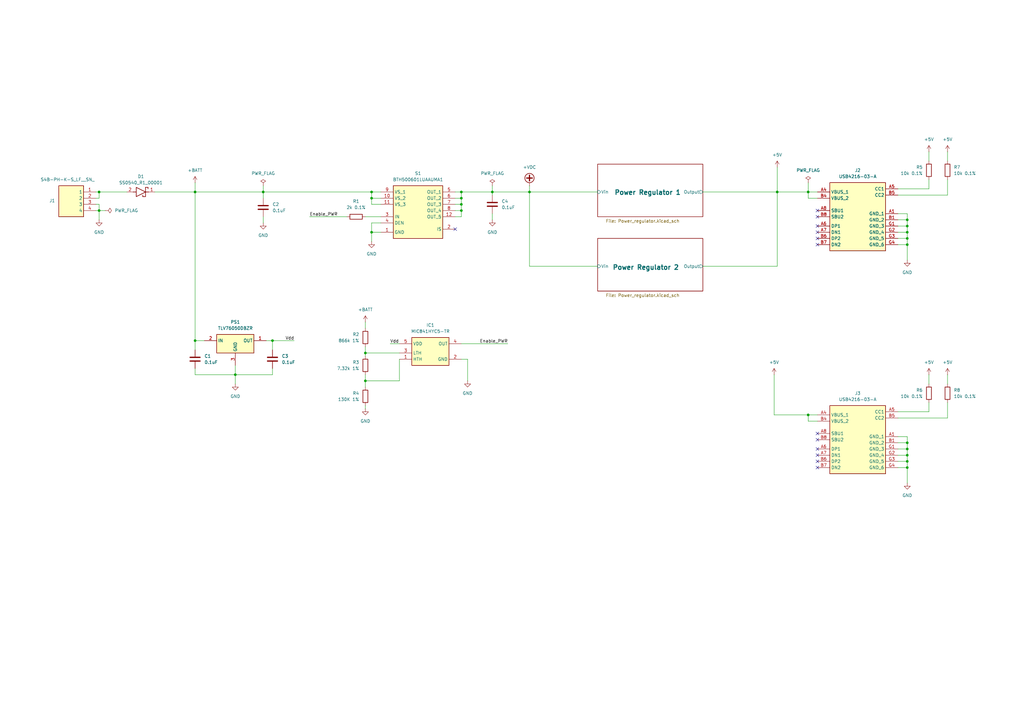
<source format=kicad_sch>
(kicad_sch (version 20250114) (generator "eeschema") (generator_version "9.0")
  (paper "A3")
  (title_block (title "PI Power Supply Board") (date "2025-09-27") (rev "V1.0") (company "EiSINE Reims"))
  (lib_symbols
    (symbol "BassinaLib_Connectors:S4B-PH-K-S_LF__SN_"
      (property "Reference" "J" (at 8.89 7.874 0))
      (property "Value" "S4B-PH-K-S_LF__SN_" (at -2.032 5.08 0))
      (symbol "S4B-PH-K-S_LF__SN__1_1"
        (rectangle (start 5.08 2.54) (end 15.24 -10.16) (stroke (width 0.254)) (fill (type background)))
        (pin passive line (at 0 0 0) (length 5.08) (name "1") (number "1"))
        (pin passive line (at 0 -2.54 0) (length 5.08) (name "2") (number "2"))
        (pin passive line (at 0 -5.08 0) (length 5.08) (name "3") (number "3"))
        (pin passive line (at 0 -7.62 0) (length 5.08) (name "4") (number "4"))
      )
    )
    (symbol "BassinaLib_Connectors:USB4216-03-A"
      (property "Reference" "J" (at 16.51 9.144 0))
      (property "Value" "USB4216-03-A" (at 10.16 6.604 0))
      (symbol "USB4216-03-A_1_1"
        (rectangle (start 5.08 2.54) (end 27.94 -25.4) (stroke (width 0.254)) (fill (type background)))
        (pin passive line (at 0 -1.27 0) (length 5.08) (name "VBUS_1") (number "A4"))
        (pin passive line (at 0 -3.81 0) (length 5.08) (name "VBUS_2") (number "B4"))
        (pin passive line (at 0 -8.89 0) (length 5.08) (name "SBU1") (number "A8"))
        (pin passive line (at 0 -11.43 0) (length 5.08) (name "SBU2") (number "B8"))
        (pin passive line (at 0 -15.24 0) (length 5.08) (name "DP1") (number "A6"))
        (pin passive line (at 0 -17.78 0) (length 5.08) (name "DN1") (number "A7"))
        (pin passive line (at 0 -20.32 0) (length 5.08) (name "DP2") (number "B6"))
        (pin passive line (at 0 -22.86 0) (length 5.08) (name "DN2") (number "B7"))
        (pin passive line (at 33.02 0 180) (length 5.08) (name "CC1") (number "A5"))
        (pin passive line (at 33.02 -2.54 180) (length 5.08) (name "CC2") (number "B5"))
        (pin passive line (at 33.02 -10.16 180) (length 5.08) (name "GND_1") (number "A1"))
        (pin passive line (at 33.02 -12.7 180) (length 5.08) (name "GND_2") (number "B1"))
        (pin passive line (at 33.02 -15.24 180) (length 5.08) (name "GND_3") (number "G1"))
        (pin passive line (at 33.02 -17.78 180) (length 5.08) (name "GND_4") (number "G2"))
        (pin passive line (at 33.02 -20.32 180) (length 5.08) (name "GND_5") (number "G3"))
        (pin passive line (at 33.02 -22.86 180) (length 5.08) (name "GND_6") (number "G4"))
      )
    )
    (symbol "BassingaLib_Comparators:MIC841HYC5-TR"
      (property "Reference" "IC" (at 10.922 8.128 0))
      (property "Value" "MIC841HYC5-TR" (at 4.064 5.842 0))
      (symbol "MIC841HYC5-TR_1_1"
        (rectangle (start 5.08 2.54) (end 20.32 -8.89) (stroke (width 0.254)) (fill (type background)))
        (pin passive line (at 0 0 0) (length 5.08) (name "VDD") (number "5"))
        (pin passive line (at 0 -3.81 0) (length 5.08) (name "LTH") (number "3"))
        (pin passive line (at 0 -6.35 0) (length 5.08) (name "HTH") (number "1"))
        (pin passive line (at 25.4 0 180) (length 5.08) (name "OUT") (number "4"))
        (pin passive line (at 25.4 -6.35 180) (length 5.08) (name "GND") (number "2"))
      )
    )
    (symbol "BassingaLib_Diodes:SS0540_R1_00001" (pin_names (hide yes))
      (property "Reference" "D" (at 8.128 9.652 0))
      (property "Value" "SS0540_R1_00001" (at 0.508 7.112 0))
      (symbol "SS0540_R1_00001_1_1"
        (polyline (pts (xy 6.35 0) (xy 7.62 0)) (stroke (width 0.254)))
        (polyline (pts (xy 6.6023 -1.3204) (xy 6.604 -1.905)) (stroke (width 0.254)))
        (polyline (pts (xy 7.62 1.905) (xy 7.62 -1.905)) (stroke (width 0.254)))
        (polyline (pts (xy 7.62 0) (xy 11.43 1.905) (xy 11.43 -1.905) (xy 7.62 0)) (stroke (width 0.254)))
        (polyline (pts (xy 7.62 -1.905) (xy 6.604 -1.905)) (stroke (width 0.254)))
        (polyline (pts (xy 7.747 1.905) (xy 8.763 1.905)) (stroke (width 0.254)))
        (polyline (pts (xy 8.7575 1.8923) (xy 8.7592 1.3077)) (stroke (width 0.254)))
        (polyline (pts (xy 11.43 0) (xy 12.7 0)) (stroke (width 0.254)))
        (pin passive line (at 3.81 0 0) (length 2.54) (name "K") (number "1"))
        (pin passive line (at 15.24 0 180) (length 2.54) (name "A") (number "2"))
      )
    )
    (symbol "BassingaLib_LDO:TLV76050DBZR"
      (property "Reference" "PS" (at 11.176 8.382 0))
      (property "Value" "TLV76050DBZR" (at 5.334 6.096 0))
      (symbol "TLV76050DBZR_1_1"
        (rectangle (start 5.08 2.54) (end 20.32 -5.08) (stroke (width 0.254)) (fill (type background)))
        (pin input line (at 0 0 0) (length 5.08) (name "IN") (number "2"))
        (pin power_in line (at 12.7 -10.16 90) (length 5.08) (name "GND") (number "3"))
        (pin output line (at 25.4 0 180) (length 5.08) (name "OUT") (number "1"))
      )
    )
    (symbol "BassingaLib_Power_Switches:BTH500601LUAAUMA1"
      (property "Reference" "S" (at 5.588 9.652 0))
      (property "Value" "BTH500601LUAAUMA1" (at 5.588 7.112 0))
      (symbol "BTH500601LUAAUMA1_1_1"
        (rectangle (start 5.08 2.54) (end 25.4 -19.05) (stroke (width 0.254)) (fill (type background)))
        (pin passive line (at 0 0 0) (length 5.08) (name "VS_1") (number "9"))
        (pin passive line (at 0 -2.54 0) (length 5.08) (name "VS_2") (number "10"))
        (pin passive line (at 0 -5.08 0) (length 5.08) (name "VS_3") (number "11"))
        (pin passive line (at 0 -10.16 0) (length 5.08) (name "IN") (number "3"))
        (pin passive line (at 0 -12.7 0) (length 5.08) (name "DEN") (number "4"))
        (pin passive line (at 0 -16.51 0) (length 5.08) (name "GND") (number "1"))
        (pin passive line (at 30.48 0 180) (length 5.08) (name "OUT_1") (number "5"))
        (pin passive line (at 30.48 -2.54 180) (length 5.08) (name "OUT_2") (number "6"))
        (pin passive line (at 30.48 -5.08 180) (length 5.08) (name "OUT_3") (number "7"))
        (pin passive line (at 30.48 -7.62 180) (length 5.08) (name "OUT_4") (number "8"))
        (pin passive line (at 30.48 -10.16 180) (length 5.08) (name "OUT_5") (number "12"))
        (pin passive line (at 30.48 -15.24 180) (length 5.08) (name "IS") (number "2"))
      )
    )
    (symbol "Device:C" (pin_numbers (hide yes)) (pin_names (offset 0.254))
      (property "Reference" "C" (at 0.635 2.54 0))
      (property "Value" "C" (at 0.635 -2.54 0))
      (symbol "C_0_1"
        (polyline (pts (xy -2.032 0.762) (xy 2.032 0.762)) (stroke (width 0.508)))
        (polyline (pts (xy -2.032 -0.762) (xy 2.032 -0.762)) (stroke (width 0.508)))
      )
      (symbol "C_1_1"
        (pin passive line (at 0 3.81 270) (length 2.794) (name "~") (number "1"))
        (pin passive line (at 0 -3.81 90) (length 2.794) (name "~") (number "2"))
      )
    )
    (symbol "Device:R" (pin_numbers (hide yes)) (pin_names (offset 0))
      (property "Reference" "R" (at 2.032 0 90))
      (property "Value" "R" (at 0 0 90))
      (symbol "R_0_1"
        (rectangle (start -1.016 -2.54) (end 1.016 2.54) (stroke (width 0.254)))
      )
      (symbol "R_1_1"
        (pin passive line (at 0 3.81 270) (length 1.27) (name "~") (number "1"))
        (pin passive line (at 0 -3.81 90) (length 1.27) (name "~") (number "2"))
      )
    )
    (symbol "USB4216-03-A_1"
      (property "Reference" "J" (at 16.51 9.144 0))
      (property "Value" "USB4216-03-A" (at 10.16 6.604 0))
      (symbol "USB4216-03-A_1_1_1"
        (rectangle (start 5.08 2.54) (end 27.94 -25.4) (stroke (width 0.254)) (fill (type background)))
        (pin passive line (at 0 -1.27 0) (length 5.08) (name "VBUS_1") (number "A4"))
        (pin passive line (at 0 -3.81 0) (length 5.08) (name "VBUS_2") (number "B4"))
        (pin passive line (at 0 -8.89 0) (length 5.08) (name "SBU1") (number "A8"))
        (pin passive line (at 0 -11.43 0) (length 5.08) (name "SBU2") (number "B8"))
        (pin passive line (at 0 -15.24 0) (length 5.08) (name "DP1") (number "A6"))
        (pin passive line (at 0 -17.78 0) (length 5.08) (name "DN1") (number "A7"))
        (pin passive line (at 0 -20.32 0) (length 5.08) (name "DP2") (number "B6"))
        (pin passive line (at 0 -22.86 0) (length 5.08) (name "DN2") (number "B7"))
        (pin passive line (at 33.02 0 180) (length 5.08) (name "CC1") (number "A5"))
        (pin passive line (at 33.02 -2.54 180) (length 5.08) (name "CC2") (number "B5"))
        (pin passive line (at 33.02 -10.16 180) (length 5.08) (name "GND_1") (number "A1"))
        (pin passive line (at 33.02 -12.7 180) (length 5.08) (name "GND_2") (number "B1"))
        (pin passive line (at 33.02 -15.24 180) (length 5.08) (name "GND_3") (number "G1"))
        (pin passive line (at 33.02 -17.78 180) (length 5.08) (name "GND_4") (number "G2"))
        (pin passive line (at 33.02 -20.32 180) (length 5.08) (name "GND_5") (number "G3"))
        (pin passive line (at 33.02 -22.86 180) (length 5.08) (name "GND_6") (number "G4"))
      )
    )
    (symbol "power:+5V" (power) (pin_numbers (hide yes)) (pin_names (offset 0) (hide yes))
      (property "Value" "+5V" (at 0 3.556 0))
      (symbol "+5V_0_1"
        (polyline (pts (xy -0.762 1.27) (xy 0 2.54)))
        (polyline (pts (xy 0 2.54) (xy 0.762 1.27)))
        (polyline (pts (xy 0 0) (xy 0 2.54)))
      )
      (symbol "+5V_1_1"
        (pin power_in line (at 0 0 90) (length 0) (name "~") (number "1"))
      )
    )
    (symbol "power:+BATT" (power) (pin_numbers (hide yes)) (pin_names (offset 0) (hide yes))
      (property "Value" "+BATT" (at 0 3.556 0))
      (symbol "+BATT_0_1"
        (polyline (pts (xy -0.762 1.27) (xy 0 2.54)))
        (polyline (pts (xy 0 2.54) (xy 0.762 1.27)))
        (polyline (pts (xy 0 0) (xy 0 2.54)))
      )
      (symbol "+BATT_1_1"
        (pin power_in line (at 0 0 90) (length 0) (name "~") (number "1"))
      )
    )
    (symbol "power:+VDC" (power) (pin_numbers (hide yes)) (pin_names (offset 0) (hide yes))
      (property "Value" "+VDC" (at 0 6.35 0))
      (symbol "+VDC_0_1"
        (polyline (pts (xy -1.143 3.175) (xy 1.143 3.175)) (stroke (width 0.508)))
        (circle (center 0 3.175) (radius 1.905) (stroke (width 0.254)))
        (polyline (pts (xy 0 2.032) (xy 0 4.318)) (stroke (width 0.508)))
        (polyline (pts (xy 0 0) (xy 0 1.27)))
      )
      (symbol "+VDC_1_1"
        (pin power_in line (at 0 0 90) (length 0) (name "~") (number "1"))
      )
    )
    (symbol "power:GND" (power) (pin_numbers (hide yes)) (pin_names (offset 0) (hide yes))
      (property "Value" "GND" (at 0 -3.81 0))
      (symbol "GND_0_1"
        (polyline (pts (xy 0 0) (xy 0 -1.27) (xy 1.27 -1.27) (xy 0 -2.54) (xy -1.27 -1.27) (xy 0 -1.27)))
      )
      (symbol "GND_1_1"
        (pin power_in line (at 0 0 270) (length 0) (name "~") (number "1"))
      )
    )
    (symbol "power:PWR_FLAG" (power) (pin_numbers (hide yes)) (pin_names (offset 0) (hide yes))
      (property "Value" "PWR_FLAG" (at 0 3.81 0))
      (symbol "PWR_FLAG_0_0"
        (pin power_out line (at 0 0 90) (length 0) (name "~") (number "1"))
      )
      (symbol "PWR_FLAG_0_1"
        (polyline (pts (xy 0 0) (xy 0 1.27) (xy -1.016 1.905) (xy 0 2.54) (xy 1.016 1.905) (xy 0 1.27)))
      )
    )
  )
  (junction (at 152.4 78.74))
  (junction (at 372.11 95.25))
  (junction (at 318.77 78.74))
  (junction (at 217.17 78.74))
  (junction (at 189.23 81.28))
  (junction (at 372.11 97.79))
  (junction (at 372.11 181.61))
  (junction (at 80.01 139.7))
  (junction (at 372.11 189.23))
  (junction (at 372.11 184.15))
  (junction (at 372.11 100.33))
  (junction (at 40.64 78.74))
  (junction (at 40.64 86.36))
  (junction (at 372.11 92.71))
  (junction (at 107.95 78.74))
  (junction (at 189.23 86.36))
  (junction (at 149.86 144.78))
  (junction (at 96.52 153.67))
  (junction (at 111.76 139.7))
  (junction (at 372.11 186.69))
  (junction (at 201.93 78.74))
  (junction (at 189.23 78.74))
  (junction (at 80.01 78.74))
  (junction (at 152.4 95.25))
  (junction (at 189.23 83.82))
  (junction (at 372.11 90.17))
  (junction (at 331.47 170.18))
  (junction (at 149.86 156.21))
  (junction (at 331.47 78.74))
  (junction (at 372.11 191.77))
  (junction (at 152.4 81.28))
  (no_connect (at 335.28 92.71))
  (no_connect (at 335.28 186.69))
  (no_connect (at 335.28 100.33))
  (no_connect (at 335.28 95.25))
  (no_connect (at 335.28 88.9))
  (no_connect (at 335.28 189.23))
  (no_connect (at 335.28 180.34))
  (no_connect (at 335.28 86.36))
  (no_connect (at 335.28 97.79))
  (no_connect (at 186.69 93.98))
  (no_connect (at 335.28 177.8))
  (no_connect (at 335.28 184.15))
  (no_connect (at 335.28 191.77))
  (wire (pts (xy 39.37 83.82) (xy 40.64 83.82)))
  (wire (pts (xy 127 88.9) (xy 142.24 88.9)))
  (wire (pts (xy 152.4 91.44) (xy 152.4 95.25)))
  (wire (pts (xy 80.01 78.74) (xy 80.01 139.7)))
  (wire (pts (xy 318.77 78.74) (xy 331.47 78.74)))
  (wire (pts (xy 381 153.67) (xy 381 157.48)))
  (wire (pts (xy 368.3 171.45) (xy 388.62 171.45)))
  (wire (pts (xy 63.5 78.74) (xy 80.01 78.74)))
  (wire (pts (xy 372.11 191.77) (xy 372.11 198.12)))
  (wire (pts (xy 149.86 132.08) (xy 149.86 134.62)))
  (wire (pts (xy 40.64 86.36) (xy 40.64 90.17)))
  (wire (pts (xy 331.47 78.74) (xy 335.28 78.74)))
  (wire (pts (xy 39.37 78.74) (xy 40.64 78.74)))
  (wire (pts (xy 152.4 95.25) (xy 152.4 99.06)))
  (wire (pts (xy 186.69 86.36) (xy 189.23 86.36)))
  (wire (pts (xy 189.23 83.82) (xy 189.23 81.28)))
  (wire (pts (xy 288.29 78.74) (xy 318.77 78.74)))
  (wire (pts (xy 372.11 181.61) (xy 372.11 184.15)))
  (wire (pts (xy 217.17 78.74) (xy 201.93 78.74)))
  (wire (pts (xy 163.83 147.32) (xy 163.83 156.21)))
  (wire (pts (xy 156.21 81.28) (xy 152.4 81.28)))
  (wire (pts (xy 149.86 144.78) (xy 163.83 144.78)))
  (wire (pts (xy 381 77.47) (xy 368.3 77.47)))
  (wire (pts (xy 335.28 172.72) (xy 331.47 172.72)))
  (wire (pts (xy 372.11 92.71) (xy 372.11 95.25)))
  (wire (pts (xy 96.52 153.67) (xy 96.52 157.48)))
  (wire (pts (xy 318.77 78.74) (xy 318.77 109.22)))
  (wire (pts (xy 40.64 83.82) (xy 40.64 86.36)))
  (wire (pts (xy 189.23 86.36) (xy 189.23 83.82)))
  (wire (pts (xy 40.64 86.36) (xy 43.18 86.36)))
  (wire (pts (xy 381 165.1) (xy 381 168.91)))
  (wire (pts (xy 149.86 142.24) (xy 149.86 144.78)))
  (wire (pts (xy 186.69 78.74) (xy 189.23 78.74)))
  (wire (pts (xy 96.52 149.86) (xy 96.52 153.67)))
  (wire (pts (xy 372.11 184.15) (xy 372.11 186.69)))
  (wire (pts (xy 201.93 76.2) (xy 201.93 78.74)))
  (wire (pts (xy 80.01 78.74) (xy 107.95 78.74)))
  (wire (pts (xy 388.62 153.67) (xy 388.62 157.48)))
  (wire (pts (xy 186.69 81.28) (xy 189.23 81.28)))
  (wire (pts (xy 39.37 81.28) (xy 40.64 81.28)))
  (wire (pts (xy 318.77 109.22) (xy 288.29 109.22)))
  (wire (pts (xy 368.3 189.23) (xy 372.11 189.23)))
  (wire (pts (xy 201.93 87.63) (xy 201.93 90.17)))
  (wire (pts (xy 149.86 153.67) (xy 149.86 156.21)))
  (wire (pts (xy 372.11 179.07) (xy 372.11 181.61)))
  (wire (pts (xy 217.17 76.2) (xy 217.17 78.74)))
  (wire (pts (xy 368.3 191.77) (xy 372.11 191.77)))
  (wire (pts (xy 109.22 139.7) (xy 111.76 139.7)))
  (wire (pts (xy 160.02 140.97) (xy 163.83 140.97)))
  (wire (pts (xy 388.62 62.23) (xy 388.62 66.04)))
  (wire (pts (xy 368.3 90.17) (xy 372.11 90.17)))
  (wire (pts (xy 245.11 109.22) (xy 217.17 109.22)))
  (wire (pts (xy 80.01 151.13) (xy 80.01 153.67)))
  (wire (pts (xy 107.95 76.2) (xy 107.95 78.74)))
  (wire (pts (xy 381 73.66) (xy 381 77.47)))
  (wire (pts (xy 163.83 156.21) (xy 149.86 156.21)))
  (wire (pts (xy 372.11 186.69) (xy 372.11 189.23)))
  (wire (pts (xy 152.4 95.25) (xy 156.21 95.25)))
  (wire (pts (xy 191.77 156.21) (xy 191.77 147.32)))
  (wire (pts (xy 335.28 81.28) (xy 331.47 81.28)))
  (wire (pts (xy 217.17 109.22) (xy 217.17 78.74)))
  (wire (pts (xy 331.47 172.72) (xy 331.47 170.18)))
  (wire (pts (xy 111.76 151.13) (xy 111.76 153.67)))
  (wire (pts (xy 40.64 78.74) (xy 52.07 78.74)))
  (wire (pts (xy 186.69 88.9) (xy 189.23 88.9)))
  (wire (pts (xy 80.01 139.7) (xy 83.82 139.7)))
  (wire (pts (xy 186.69 83.82) (xy 189.23 83.82)))
  (wire (pts (xy 372.11 97.79) (xy 372.11 100.33)))
  (wire (pts (xy 372.11 87.63) (xy 372.11 90.17)))
  (wire (pts (xy 372.11 90.17) (xy 372.11 92.71)))
  (wire (pts (xy 331.47 81.28) (xy 331.47 78.74)))
  (wire (pts (xy 107.95 78.74) (xy 152.4 78.74)))
  (wire (pts (xy 317.5 153.67) (xy 317.5 170.18)))
  (wire (pts (xy 189.23 78.74) (xy 201.93 78.74)))
  (wire (pts (xy 388.62 171.45) (xy 388.62 165.1)))
  (wire (pts (xy 368.3 100.33) (xy 372.11 100.33)))
  (wire (pts (xy 318.77 68.58) (xy 318.77 78.74)))
  (wire (pts (xy 388.62 80.01) (xy 388.62 73.66)))
  (wire (pts (xy 217.17 78.74) (xy 245.11 78.74)))
  (wire (pts (xy 152.4 83.82) (xy 152.4 81.28)))
  (wire (pts (xy 111.76 153.67) (xy 96.52 153.67)))
  (wire (pts (xy 107.95 78.74) (xy 107.95 81.28)))
  (wire (pts (xy 317.5 170.18) (xy 331.47 170.18)))
  (wire (pts (xy 149.86 146.05) (xy 149.86 144.78)))
  (wire (pts (xy 80.01 139.7) (xy 80.01 143.51)))
  (wire (pts (xy 80.01 153.67) (xy 96.52 153.67)))
  (wire (pts (xy 368.3 95.25) (xy 372.11 95.25)))
  (wire (pts (xy 372.11 95.25) (xy 372.11 97.79)))
  (wire (pts (xy 40.64 81.28) (xy 40.64 78.74)))
  (wire (pts (xy 189.23 140.97) (xy 208.28 140.97)))
  (wire (pts (xy 368.3 92.71) (xy 372.11 92.71)))
  (wire (pts (xy 156.21 83.82) (xy 152.4 83.82)))
  (wire (pts (xy 381 168.91) (xy 368.3 168.91)))
  (wire (pts (xy 149.86 156.21) (xy 149.86 158.75)))
  (wire (pts (xy 201.93 78.74) (xy 201.93 80.01)))
  (wire (pts (xy 111.76 139.7) (xy 111.76 143.51)))
  (wire (pts (xy 372.11 179.07) (xy 368.3 179.07)))
  (wire (pts (xy 120.65 139.7) (xy 111.76 139.7)))
  (wire (pts (xy 372.11 100.33) (xy 372.11 106.68)))
  (wire (pts (xy 372.11 87.63) (xy 368.3 87.63)))
  (wire (pts (xy 191.77 147.32) (xy 189.23 147.32)))
  (wire (pts (xy 156.21 78.74) (xy 152.4 78.74)))
  (wire (pts (xy 368.3 181.61) (xy 372.11 181.61)))
  (wire (pts (xy 80.01 74.93) (xy 80.01 78.74)))
  (wire (pts (xy 152.4 78.74) (xy 152.4 81.28)))
  (wire (pts (xy 368.3 80.01) (xy 388.62 80.01)))
  (wire (pts (xy 381 62.23) (xy 381 66.04)))
  (wire (pts (xy 331.47 74.93) (xy 331.47 78.74)))
  (wire (pts (xy 189.23 88.9) (xy 189.23 86.36)))
  (wire (pts (xy 107.95 88.9) (xy 107.95 91.44)))
  (wire (pts (xy 368.3 184.15) (xy 372.11 184.15)))
  (wire (pts (xy 189.23 81.28) (xy 189.23 78.74)))
  (wire (pts (xy 331.47 170.18) (xy 335.28 170.18)))
  (wire (pts (xy 156.21 91.44) (xy 152.4 91.44)))
  (wire (pts (xy 149.86 166.37) (xy 149.86 167.64)))
  (wire (pts (xy 149.86 88.9) (xy 156.21 88.9)))
  (wire (pts (xy 39.37 86.36) (xy 40.64 86.36)))
  (wire (pts (xy 368.3 186.69) (xy 372.11 186.69)))
  (wire (pts (xy 372.11 189.23) (xy 372.11 191.77)))
  (wire (pts (xy 368.3 97.79) (xy 372.11 97.79)))
  (label "Enable_PWR" (at 127 88.9 0))
  (label "Vdd" (at 120.65 139.7 180) (effects (font (thickness 0.1588))))
  (label "Vdd" (at 160.02 140.97 0) (effects (font (thickness 0.1588))))
  (label "Enable_PWR" (at 208.28 140.97 180))
  (symbol (lib_id "power:GND") (at 372.11 198.12 0) (unit 1)
    (property "Reference" "#PWR014" (effects (hide yes)))
    (property "Value" "GND" (at 372.11 203.2 0))
    (property "Description" "Power symbol creates a global label with name \"GND\" , ground" (effects (hide yes)))
  )
  (symbol (lib_id "power:+5V") (at 388.62 62.23 0) (unit 1)
    (property "Reference" "#PWR017" (effects (hide yes)))
    (property "Value" "+5V" (at 388.62 57.15 0))
    (property "Description" "Power symbol creates a global label with name \"+5V\"" (effects (hide yes)))
  )
  (symbol (lib_id "Device:C") (at 201.93 83.82 0) (unit 1)
    (property "Reference" "C4" (at 205.74 82.5499 0) (effects (justify left)))
    (property "Value" "0.1uF" (at 205.74 85.0899 0) (effects (justify left)))
    (property "Footprint" "Capacitor_SMD:C_0603_1608Metric" (effects (hide yes)))
    (property "Datasheet" "https://www.samsungsem.com/resources/file/global/support/product_catalog/MLCC.pdf" (effects (hide yes)))
    (property "Description" "Multilayer Ceramic Capacitors MLCC - SMD/SMT 100nF+/-10% 50V X7R 0603" (effects (hide yes)))
    (property "Manufacturer_Name" "Samsung Electro-Mechanics" (effects (hide yes)))
    (property "Manufacturer_Part_Number" "CL10B104KB8NNNC" (effects (hide yes)))
    (property "Packaging" "0603 (1608mm)" (effects (hide yes)))
  )
  (symbol (lib_id "power:PWR_FLAG") (at 331.47 74.93 0) (unit 1)
    (property "Reference" "#FLG04" (effects (hide yes)))
    (property "Value" "PWR_FLAG" (at 331.47 69.85 0))
    (property "Description" "Special symbol for telling ERC where power comes from" (effects (hide yes)))
  )
  (symbol (lib_id "power:GND") (at 152.4 99.06 0) (unit 1)
    (property "Reference" "#PWR07" (effects (hide yes)))
    (property "Value" "GND" (at 152.4 104.14 0))
    (property "Description" "Power symbol creates a global label with name \"GND\" , ground" (effects (hide yes)))
  )
  (symbol (lib_id "BassingaLib_Power_Switches:BTH500601LUAAUMA1") (at 156.21 78.74 0) (unit 1)
    (property "Reference" "S1" (at 171.45 71.12 0))
    (property "Value" "BTH500601LUAAUMA1" (at 171.45 73.66 0))
    (property "Footprint" "BassingaLib_Power_Switches:BTS500101LUA" (effects (hide yes)))
    (property "Datasheet" "https://www.mouser.de/datasheet/2/196/Infineon_BTH50060_1LUA_DataSheet_v01_00_EN-3601475.pdf" (effects (hide yes)))
    (property "Description" "Power Switch ICs - Power Distribution Power PROFET + 24/48V smart high-side power switch" (effects (hide yes)))
    (property "Height" "2.3" (effects (hide yes)))
    (property "Manufacturer_Name" "Infineon" (effects (hide yes)))
    (property "Manufacturer_Part_Number" "BTH500601LUAAUMA1" (effects (hide yes)))
    (property "Packaging" "PG-HSOF-8" (effects (hide yes)))
  )
  (symbol (lib_id "Device:R") (at 149.86 138.43 0) (mirror y) (unit 1)
    (property "Reference" "R2" (at 147.32 137.1599 0) (effects (justify left)))
    (property "Value" "866k 1%" (at 147.32 139.6999 0) (effects (justify left)))
    (property "Footprint" "Resistor_SMD:R_0603_1608Metric" (effects (hide yes)))
    (property "Datasheet" "https://www.mouser.fr/datasheet/3/508/1/PYu-AC_51_RoHS_L_11.pdf" (effects (hide yes)))
    (property "Description" "Thick Film Resistors - SMD 866 kOhms 1/10 W 75 V 1% 0603 100 PPM / C - 55 C / + 155 C AEC-Q200" (effects (hide yes)))
    (property "Manufacturer_Name" "YAGEO" (effects (hide yes)))
    (property "Manufacturer_Part_Number" "AC0603FR-07866KL" (effects (hide yes)))
    (property "Packaging" "0603 (1608 mm)" (effects (hide yes)))
  )
  (symbol (lib_id "power:GND") (at 372.11 106.68 0) (unit 1)
    (property "Reference" "#PWR013" (effects (hide yes)))
    (property "Value" "GND" (at 372.11 111.76 0))
    (property "Description" "Power symbol creates a global label with name \"GND\" , ground" (effects (hide yes)))
  )
  (symbol (lib_id "Device:R") (at 388.62 161.29 0) (unit 1)
    (property "Reference" "R8" (at 391.16 160.0199 0) (effects (justify left)))
    (property "Value" "10k 0.1%" (at 391.16 162.5599 0) (effects (justify left)))
    (property "Footprint" "Resistor_SMD:R_0603_1608Metric" (effects (hide yes)))
    (property "Datasheet" "https://www.mouser.fr/datasheet/3/508/1/PYu-RT_1-to-0.01_RoHS_L_15.pdf" (effects (hide yes)))
    (property "Description" "Thin Film Resistors - SMD 10K Ohm 0.1% 1/10W 75 Volts 50ppm" (effects (hide yes)))
    (property "Manufacturer_Name" "YAGEO" (effects (hide yes)))
    (property "Manufacturer_Part_Number" "RT0603BRE0710KL" (effects (hide yes)))
    (property "Packaging" "0603 (1608 mm)" (effects (hide yes)))
  )
  (symbol (lib_id "BassingaLib_Comparators:MIC841HYC5-TR") (at 163.83 140.97 0) (unit 1)
    (property "Reference" "IC1" (at 176.53 133.35 0))
    (property "Value" "MIC841HYC5-TR" (at 176.53 135.89 0))
    (property "Footprint" "BassingaLib_Comparators:SOT65P210X110-5N" (effects (hide yes)))
    (property "Datasheet" "http://ww1.microchip.com/downloads/en/devicedoc/20005758a.pdf" (effects (hide yes)))
    (property "Description" "Microchip MIC841HYC5-TR Dual Comparator, Open Drain, Push-Pull O/P, 12us 1.5  5.5 V 5-Pin SC-70" (effects (hide yes)))
    (property "Height" "1.1" (effects (hide yes)))
    (property "Mouser Part Number" "998-MIC841HYC5TR" (effects (hide yes)))
    (property "Mouser Price/Stock" "https://www.mouser.co.uk/ProductDetail/Microchip-Technology/MIC841HYC5-TR?qs=U6T8BxXiZAVOe5BH1VWqpQ%3D%3D" (effects (hide yes)))
    (property "Manufacturer_Name" "Microchip" (effects (hide yes)))
    (property "Manufacturer_Part_Number" "MIC841HYC5-TR" (effects (hide yes)))
    (property "Packaging" "SC-70-5 (C5)" (effects (hide yes)))
  )
  (symbol (lib_id "power:+5V") (at 381 62.23 0) (unit 1)
    (property "Reference" "#PWR015" (effects (hide yes)))
    (property "Value" "+5V" (at 381 57.15 0))
    (property "Description" "Power symbol creates a global label with name \"+5V\"" (effects (hide yes)))
  )
  (symbol (lib_id "Device:R") (at 388.62 69.85 0) (unit 1)
    (property "Reference" "R7" (at 391.16 68.5799 0) (effects (justify left)))
    (property "Value" "10k 0.1%" (at 391.16 71.1199 0) (effects (justify left)))
    (property "Footprint" "Resistor_SMD:R_0603_1608Metric" (effects (hide yes)))
    (property "Datasheet" "https://www.mouser.fr/datasheet/3/508/1/PYu-RT_1-to-0.01_RoHS_L_15.pdf" (effects (hide yes)))
    (property "Description" "Thin Film Resistors - SMD 10K Ohm 0.1% 1/10W 75 Volts 50ppm" (effects (hide yes)))
    (property "Manufacturer_Name" "YAGEO" (effects (hide yes)))
    (property "Manufacturer_Part_Number" "RT0603BRE0710KL" (effects (hide yes)))
    (property "Packaging" "0603 (1608 mm)" (effects (hide yes)))
  )
  (symbol (lib_id "BassingaLib_LDO:TLV76050DBZR") (at 83.82 139.7 0) (unit 1)
    (property "Reference" "PS1" (at 96.52 132.08 0))
    (property "Value" "TLV76050DBZR" (at 96.52 134.62 0))
    (property "Footprint" "BassingaLib_LDO:SOT95P237X112-3N" (effects (hide yes)))
    (property "Datasheet" "http://www.ti.com/lit/gpn/tlv760" (effects (hide yes)))
    (property "Description" "100-mA, 30-V wide-VIN, fixed-output linear voltage regulator" (effects (hide yes)))
    (property "Height" "1.12" (effects (hide yes)))
    (property "Mouser Part Number" "595-TLV76050DBZR" (effects (hide yes)))
    (property "Mouser Price/Stock" "https://www.mouser.co.uk/ProductDetail/Texas-Instruments/TLV76050DBZR?qs=HXFqYaX1Q2wum5FdXU6CLA%3D%3D" (effects (hide yes)))
    (property "Manufacturer_Name" "Texas Instruments" (effects (hide yes)))
    (property "Manufacturer_Part_Number" "TLV76050DBZR" (effects (hide yes)))
  )
  (symbol (lib_name "USB4216-03-A_1") (lib_id "BassinaLib_Connectors:USB4216-03-A") (at 335.28 168.91 0) (unit 1)
    (property "Reference" "J3" (at 351.79 161.29 0))
    (property "Value" "USB4216-03-A" (at 351.79 163.83 0))
    (property "Footprint" "BassinaLib_Connectors:USB421603A" (effects (hide yes)))
    (property "Description" "USB Connectors USB C Receptacle, Short Body, USB2.0, 16Pin, Horizontal, SMT" (effects (hide yes)))
    (property "Mouser Part Number" "640-USB4216-03-A" (effects (hide yes)))
    (property "Mouser Price/Stock" "https://www.mouser.co.uk/ProductDetail/GCT/USB4216-03-A?qs=Tc%252BHE9vUsnv1G2UWLFIexA%3D%3D" (effects (hide yes)))
    (property "Manufacturer_Name" "GCT (GLOBAL CONNECTOR TECHNOLOGY)" (effects (hide yes)))
    (property "Manufacturer_Part_Number" "USB4216-03-A" (effects (hide yes)))
  )
  (symbol (lib_id "power:+BATT") (at 80.01 74.93 0) (unit 1)
    (property "Reference" "#PWR02" (effects (hide yes)))
    (property "Value" "+BATT" (at 80.01 69.85 0))
    (property "Description" "Power symbol creates a global label with name \"+BATT\"" (effects (hide yes)))
  )
  (symbol (lib_id "power:+5V") (at 388.62 153.67 0) (unit 1)
    (property "Reference" "#PWR018" (effects (hide yes)))
    (property "Value" "+5V" (at 388.62 148.59 0))
    (property "Description" "Power symbol creates a global label with name \"+5V\"" (effects (hide yes)))
  )
  (symbol (lib_id "power:+5V") (at 381 153.67 0) (unit 1)
    (property "Reference" "#PWR016" (effects (hide yes)))
    (property "Value" "+5V" (at 381 148.59 0))
    (property "Description" "Power symbol creates a global label with name \"+5V\"" (effects (hide yes)))
  )
  (symbol (lib_id "Device:R") (at 149.86 162.56 0) (mirror y) (unit 1)
    (property "Reference" "R4" (at 147.32 161.2899 0) (effects (justify left)))
    (property "Value" "130K 1%" (at 147.32 163.8299 0) (effects (justify left)))
    (property "Footprint" "Resistor_SMD:R_0603_1608Metric" (effects (hide yes)))
    (property "Datasheet" "https://www.mouser.com/catalog/specsheets/YAGEO_PYu_RC_Group_51_RoHS_L_12.pdf" (effects (hide yes)))
    (property "Description" "Thick Film Resistors - SMD General Purpose Chip Resistor 0603, 130kOhms, 1%, 1/10W" (effects (hide yes)))
    (property "Manufacturer_Name" "YAGEO" (effects (hide yes)))
    (property "Manufacturer_Part_Number" "RC0603FR-07130KL" (effects (hide yes)))
    (property "Packaging" "0603 (1608 mm)" (effects (hide yes)))
  )
  (symbol (lib_id "BassingaLib_Diodes:SS0540_R1_00001") (at 67.31 78.74 180) (unit 1)
    (property "Reference" "D1" (at 57.785 72.39 0))
    (property "Value" "SS0540_R1_00001" (at 57.785 74.93 0))
    (property "Footprint" "BassingaLib_Diodes:SOD3816X135N" (effects (hide yes)))
    (property "Datasheet" "https://www.panjit.com.tw/upload/datasheet/SS0520_SERIES.pdf" (effects (hide yes)))
    (property "Description" "Schottky Diodes & Rectifiers SURFACE MOUNT SCHOTTKY BARRIER" (effects (hide yes)))
    (property "Height" "1.35" (effects (hide yes)))
    (property "Mouser Part Number" "241-SS0540_R1_00001" (effects (hide yes)))
    (property "Mouser Price/Stock" "https://www.mouser.co.uk/ProductDetail/Panjit/SS0540_R1_00001?qs=sPbYRqrBIVn%2F%252BqoXj%2F1rpw%3D%3D" (effects (hide yes)))
    (property "Manufacturer_Name" "PANJIT" (effects (hide yes)))
    (property "Manufacturer_Part_Number" "SS0540_R1_00001" (effects (hide yes)))
    (property "Packaging" " SOD-123" (effects (hide yes)))
  )
  (symbol (lib_id "Device:C") (at 80.01 147.32 0) (unit 1)
    (property "Reference" "C1" (at 83.82 146.0499 0) (effects (justify left)))
    (property "Value" "0.1uF" (at 83.82 148.5899 0) (effects (justify left)))
    (property "Footprint" "Capacitor_SMD:C_0603_1608Metric" (effects (hide yes)))
    (property "Datasheet" "https://www.samsungsem.com/resources/file/global/support/product_catalog/MLCC.pdf" (effects (hide yes)))
    (property "Description" "Multilayer Ceramic Capacitors MLCC - SMD/SMT 100nF+/-10% 50V X7R 0603" (effects (hide yes)))
    (property "Manufacturer_Name" "Samsung Electro-Mechanics" (effects (hide yes)))
    (property "Manufacturer_Part_Number" "CL10B104KB8NNNC" (effects (hide yes)))
    (property "Packaging" "0603 (1608mm)" (effects (hide yes)))
  )
  (symbol (lib_id "power:GND") (at 96.52 157.48 0) (unit 1)
    (property "Reference" "#PWR03" (effects (hide yes)))
    (property "Value" "GND" (at 96.52 162.56 0))
    (property "Description" "Power symbol creates a global label with name \"GND\" , ground" (effects (hide yes)))
  )
  (symbol (lib_id "power:PWR_FLAG") (at 107.95 76.2 0) (unit 1)
    (property "Reference" "#FLG02" (effects (hide yes)))
    (property "Value" "PWR_FLAG" (at 107.95 71.12 0))
    (property "Description" "Special symbol for telling ERC where power comes from" (effects (hide yes)))
  )
  (symbol (lib_id "power:+5V") (at 318.77 68.58 0) (unit 1)
    (property "Reference" "#PWR012" (effects (hide yes)))
    (property "Value" "+5V" (at 318.77 63.5 0))
    (property "Description" "Power symbol creates a global label with name \"+5V\"" (effects (hide yes)))
  )
  (symbol (lib_id "power:GND") (at 149.86 167.64 0) (unit 1)
    (property "Reference" "#PWR06" (effects (hide yes)))
    (property "Value" "GND" (at 149.86 172.72 0))
    (property "Description" "Power symbol creates a global label with name \"GND\" , ground" (effects (hide yes)))
  )
  (symbol (lib_id "Device:R") (at 149.86 149.86 0) (mirror y) (unit 1)
    (property "Reference" "R3" (at 147.32 148.5899 0) (effects (justify left)))
    (property "Value" "7.32k 1%" (at 147.32 151.1299 0) (effects (justify left)))
    (property "Footprint" "Resistor_SMD:R_0603_1608Metric" (effects (hide yes)))
    (property "Datasheet" "https://www.mouser.fr/datasheet/3/508/1/PYu-RT_1-to-0.01_RoHS_L_15.pdf" (effects (hide yes)))
    (property "Description" "Thin Film Resistors - SMD 1/10W 7.32K ohm 1% 50ppm" (effects (hide yes)))
    (property "Manufacturer_Name" "YAGEO" (effects (hide yes)))
    (property "Manufacturer_Part_Number" "RT0603FRE077K32L" (effects (hide yes)))
    (property "Packaging" "0603 (1608 mm)" (effects (hide yes)))
  )
  (symbol (lib_id "power:GND") (at 40.64 90.17 0) (unit 1)
    (property "Reference" "#PWR01" (effects (hide yes)))
    (property "Value" "GND" (at 40.64 95.25 0))
    (property "Description" "Power symbol creates a global label with name \"GND\" , ground" (effects (hide yes)))
  )
  (symbol (lib_id "Device:R") (at 381 69.85 0) (mirror y) (unit 1)
    (property "Reference" "R5" (at 378.46 68.5799 0) (effects (justify left)))
    (property "Value" "10k 0.1%" (at 378.46 71.1199 0) (effects (justify left)))
    (property "Footprint" "Resistor_SMD:R_0603_1608Metric" (effects (hide yes)))
    (property "Datasheet" "https://www.mouser.fr/datasheet/3/508/1/PYu-RT_1-to-0.01_RoHS_L_15.pdf" (effects (hide yes)))
    (property "Description" "Thin Film Resistors - SMD 10K Ohm 0.1% 1/10W 75 Volts 50ppm" (effects (hide yes)))
    (property "Manufacturer_Name" "YAGEO" (effects (hide yes)))
    (property "Manufacturer_Part_Number" "RT0603BRE0710KL" (effects (hide yes)))
    (property "Packaging" "0603 (1608 mm)" (effects (hide yes)))
  )
  (symbol (lib_id "power:+5V") (at 317.5 153.67 0) (unit 1)
    (property "Reference" "#PWR011" (effects (hide yes)))
    (property "Value" "+5V" (at 317.5 148.59 0))
    (property "Description" "Power symbol creates a global label with name \"+5V\"" (effects (hide yes)))
  )
  (symbol (lib_id "power:+VDC") (at 217.17 76.2 0) (unit 1)
    (property "Reference" "#PWR010" (effects (hide yes)))
    (property "Value" "+VDC" (at 217.17 68.58 0))
    (property "Description" "Power symbol creates a global label with name \"+VDC\"" (effects (hide yes)))
  )
  (symbol (lib_id "power:GND") (at 107.95 91.44 0) (unit 1)
    (property "Reference" "#PWR04" (effects (hide yes)))
    (property "Value" "GND" (at 107.95 96.52 0))
    (property "Description" "Power symbol creates a global label with name \"GND\" , ground" (effects (hide yes)))
  )
  (symbol (lib_id "Device:C") (at 107.95 85.09 0) (unit 1)
    (property "Reference" "C2" (at 111.76 83.8199 0) (effects (justify left)))
    (property "Value" "0.1uF" (at 111.76 86.3599 0) (effects (justify left)))
    (property "Footprint" "Capacitor_SMD:C_0603_1608Metric" (effects (hide yes)))
    (property "Datasheet" "https://www.samsungsem.com/resources/file/global/support/product_catalog/MLCC.pdf" (effects (hide yes)))
    (property "Description" "Multilayer Ceramic Capacitors MLCC - SMD/SMT 100nF+/-10% 50V X7R 0603" (effects (hide yes)))
    (property "Manufacturer_Name" "Samsung Electro-Mechanics" (effects (hide yes)))
    (property "Manufacturer_Part_Number" "CL10B104KB8NNNC" (effects (hide yes)))
    (property "Packaging" "0603 (1608mm)" (effects (hide yes)))
  )
  (symbol (lib_id "BassinaLib_Connectors:USB4216-03-A") (at 335.28 77.47 0) (unit 1)
    (property "Reference" "J2" (at 351.79 69.85 0))
    (property "Value" "USB4216-03-A" (at 351.79 72.39 0))
    (property "Footprint" "BassinaLib_Connectors:USB421603A" (effects (hide yes)))
    (property "Description" "USB Connectors USB C Receptacle, Short Body, USB2.0, 16Pin, Horizontal, SMT" (effects (hide yes)))
    (property "Mouser Part Number" "640-USB4216-03-A" (effects (hide yes)))
    (property "Mouser Price/Stock" "https://www.mouser.co.uk/ProductDetail/GCT/USB4216-03-A?qs=Tc%252BHE9vUsnv1G2UWLFIexA%3D%3D" (effects (hide yes)))
    (property "Manufacturer_Name" "GCT (GLOBAL CONNECTOR TECHNOLOGY)" (effects (hide yes)))
    (property "Manufacturer_Part_Number" "USB4216-03-A" (effects (hide yes)))
  )
  (symbol (lib_id "power:+BATT") (at 149.86 132.08 0) (unit 1)
    (property "Reference" "#PWR05" (effects (hide yes)))
    (property "Value" "+BATT" (at 149.86 127 0))
    (property "Description" "Power symbol creates a global label with name \"+BATT\"" (effects (hide yes)))
  )
  (symbol (lib_id "BassinaLib_Connectors:S4B-PH-K-S_LF__SN_") (at 39.37 78.74 0) (mirror y) (unit 1)
    (property "Reference" "J1" (at 22.606 82.296 0) (effects (justify left)))
    (property "Value" "S4B-PH-K-S_LF__SN_" (at 38.862 73.66 0) (effects (justify left)))
    (property "Footprint" "BassinaLib_Connectors:S4B-PH-K-S_LF__SN_" (effects (hide yes)))
    (property "Datasheet" "https://datasheet.lcsc.com/szlcsc/JST-Sales-America-PHsocket-1-4P-Curved-needle-pitch2mm_C157926.pdf" (effects (hide yes)))
    (property "Description" "CONN HEADER R/A 4POS 2MM" (effects (hide yes)))
    (property "Height" "4.8" (effects (hide yes)))
    (property "Mouser Part Number" "N/A" (effects (hide yes)))
    (property "Mouser Price/Stock" "https://www.mouser.co.uk/ProductDetail/JST-Commercial/S4B-PH-K-SLFSN?qs=QpmGXVUTftEGA16rwNx4xw%3D%3D" (effects (hide yes)))
    (property "Manufacturer_Name" "JST (JAPAN SOLDERLESS TERMINALS)" (effects (hide yes)))
    (property "Manufacturer_Part_Number" "S4B-PH-K-S(LF)(SN)" (effects (hide yes)))
  )
  (symbol (lib_id "power:PWR_FLAG") (at 43.18 86.36 270) (unit 1)
    (property "Reference" "#FLG01" (effects (hide yes)))
    (property "Value" "PWR_FLAG" (at 46.99 86.3599 90) (effects (justify left)))
    (property "Description" "Special symbol for telling ERC where power comes from" (effects (hide yes)))
  )
  (symbol (lib_id "power:PWR_FLAG") (at 201.93 76.2 0) (unit 1)
    (property "Reference" "#FLG03" (effects (hide yes)))
    (property "Value" "PWR_FLAG" (at 201.93 71.12 0))
    (property "Description" "Special symbol for telling ERC where power comes from" (effects (hide yes)))
  )
  (symbol (lib_id "Device:R") (at 146.05 88.9 270) (unit 1)
    (property "Reference" "R1" (at 146.05 82.55 90))
    (property "Value" "2k 0.1%" (at 146.05 85.09 90))
    (property "Footprint" "Resistor_SMD:R_0603_1608Metric" (effects (hide yes)))
    (property "Datasheet" "https://www.mouser.fr/datasheet/3/508/1/PYu-RT_1-to-0.01_RoHS_L_15.pdf" (effects (hide yes)))
    (property "Description" "Thin Film Resistors - SMD 2K OHM .1% 25PPM" (effects (hide yes)))
    (property "Manufacturer_Name" "YAGEO" (effects (hide yes)))
    (property "Manufacturer_Part_Number" "RT0603BRD072KL" (effects (hide yes)))
    (property "Packaging" "0603 (1608mm)" (effects (hide yes)))
  )
  (symbol (lib_id "power:GND") (at 191.77 156.21 0) (unit 1)
    (property "Reference" "#PWR08" (effects (hide yes)))
    (property "Value" "GND" (at 191.77 161.29 0))
    (property "Description" "Power symbol creates a global label with name \"GND\" , ground" (effects (hide yes)))
  )
  (symbol (lib_id "Device:R") (at 381 161.29 0) (mirror y) (unit 1)
    (property "Reference" "R6" (at 378.46 160.0199 0) (effects (justify left)))
    (property "Value" "10k 0.1%" (at 378.46 162.5599 0) (effects (justify left)))
    (property "Footprint" "Resistor_SMD:R_0603_1608Metric" (effects (hide yes)))
    (property "Datasheet" "https://www.mouser.fr/datasheet/3/508/1/PYu-RT_1-to-0.01_RoHS_L_15.pdf" (effects (hide yes)))
    (property "Description" "Thin Film Resistors - SMD 10K Ohm 0.1% 1/10W 75 Volts 50ppm" (effects (hide yes)))
    (property "Manufacturer_Name" "YAGEO" (effects (hide yes)))
    (property "Manufacturer_Part_Number" "RT0603BRE0710KL" (effects (hide yes)))
    (property "Packaging" "0603 (1608 mm)" (effects (hide yes)))
  )
  (symbol (lib_id "power:GND") (at 201.93 90.17 0) (unit 1)
    (property "Reference" "#PWR09" (effects (hide yes)))
    (property "Value" "GND" (at 201.93 95.25 0))
    (property "Description" "Power symbol creates a global label with name \"GND\" , ground" (effects (hide yes)))
  )
  (symbol (lib_id "Device:C") (at 111.76 147.32 0) (unit 1)
    (property "Reference" "C3" (at 115.57 146.0499 0) (effects (justify left)))
    (property "Value" "0.1uF" (at 115.57 148.5899 0) (effects (justify left)))
    (property "Footprint" "Capacitor_SMD:C_0603_1608Metric" (effects (hide yes)))
    (property "Datasheet" "https://www.samsungsem.com/resources/file/global/support/product_catalog/MLCC.pdf" (effects (hide yes)))
    (property "Description" "Multilayer Ceramic Capacitors MLCC - SMD/SMT 100nF+/-10% 50V X7R 0603" (effects (hide yes)))
    (property "Manufacturer_Name" "Samsung Electro-Mechanics" (effects (hide yes)))
    (property "Manufacturer_Part_Number" "CL10B104KB8NNNC" (effects (hide yes)))
    (property "Packaging" "0603 (1608mm)" (effects (hide yes)))
  )
  (sheet (at 245.11 97.79) (size 43.18 21.59) (stroke (width 0.1524))
    (property "Sheetname" "Power Regulator 2" (at 251.206 110.744 0) (effects (font (size 1.905 1.905) (thickness 0.381) (bold yes)) (justify left bottom)))
    (property "Sheetfile" "Power_regulator.kicad_sch" (at 248.412 120.396 0) (effects (justify left top)))
    (pin "Vin" input (at 245.11 109.22 180))
    (pin "Output" output (at 288.29 109.22 0))
  )
  (sheet (at 245.11 67.31) (size 43.18 21.59) (stroke (width 0.1524))
    (property "Sheetname" "Power Regulator 1" (at 251.968 80.01 0) (effects (font (size 1.905 1.905) (thickness 0.381) (bold yes)) (justify left bottom)))
    (property "Sheetfile" "Power_regulator.kicad_sch" (at 248.412 89.916 0) (effects (justify left top)))
    (pin "Vin" input (at 245.11 78.74 180))
    (pin "Output" output (at 288.29 78.74 0))
  )
)
</source>
